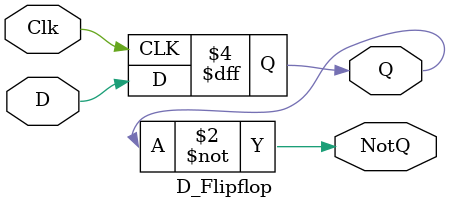
<source format=v>
module D_Flipflop (
    input D, Clk,
    output reg Q,
    output NotQ
);
    
    initial begin
        Q <= 0;
    end
    
    always @(posedge Clk) begin
            Q <= D;
    end
    
    assign NotQ = ~Q;
    
endmodule

</source>
